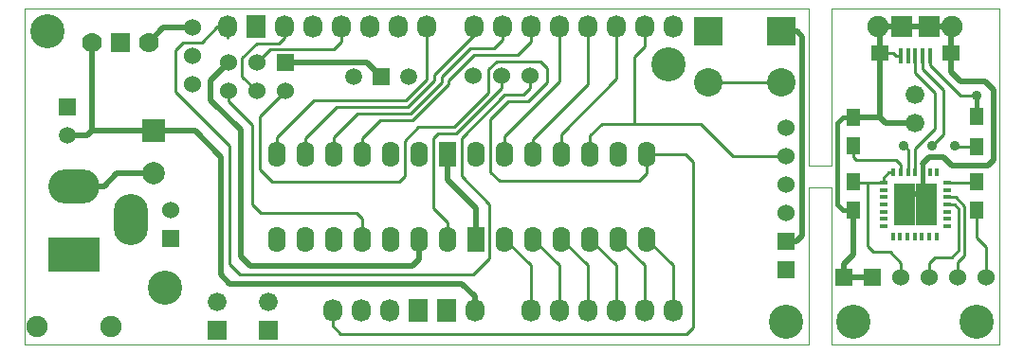
<source format=gtl>
G04 #@! TF.FileFunction,Copper,L1,Top,Signal*
%FSLAX46Y46*%
G04 Gerber Fmt 4.6, Leading zero omitted, Abs format (unit mm)*
G04 Created by KiCad (PCBNEW (2014-11-14 BZR 5284)-product) date Mon Dec  1 16:34:15 2014*
%MOMM*%
G01*
G04 APERTURE LIST*
%ADD10C,0.100000*%
%ADD11C,1.778000*%
%ADD12R,1.778000X1.778000*%
%ADD13R,2.540000X2.540000*%
%ADD14C,2.540000*%
%ADD15C,3.048000*%
%ADD16R,4.572000X3.048000*%
%ADD17O,4.572000X3.048000*%
%ADD18O,3.048000X4.572000*%
%ADD19C,1.524000*%
%ADD20R,1.524000X1.524000*%
%ADD21O,1.727200X2.032000*%
%ADD22R,1.727200X2.032000*%
%ADD23C,1.676400*%
%ADD24R,1.676400X1.676400*%
%ADD25O,1.574800X2.286000*%
%ADD26R,1.574800X2.286000*%
%ADD27C,1.905000*%
%ADD28C,1.501140*%
%ADD29R,1.501140X1.501140*%
%ADD30C,1.998980*%
%ADD31R,1.998980X1.998980*%
%ADD32R,1.250000X1.500000*%
%ADD33R,0.406400X1.371600*%
%ADD34R,1.600200X1.422400*%
%ADD35R,1.905000X1.905000*%
%ADD36R,1.300000X1.500000*%
%ADD37R,0.350520X0.800100*%
%ADD38R,0.800100X0.350520*%
%ADD39R,1.899920X1.899920*%
%ADD40C,0.900000*%
%ADD41C,0.500000*%
%ADD42C,0.400000*%
%ADD43C,0.250000*%
G04 APERTURE END LIST*
D10*
X102000000Y-46000000D02*
X102000000Y-60000000D01*
X100000000Y-46000000D02*
X102000000Y-46000000D01*
X100000000Y-60000000D02*
X100000000Y-46000000D01*
X102000000Y-44000000D02*
X102000000Y-30000000D01*
X100000000Y-44000000D02*
X102000000Y-44000000D01*
X100000000Y-30000000D02*
X100000000Y-44000000D01*
X117000000Y-60000000D02*
X102000000Y-60000000D01*
X117000000Y-30000000D02*
X117000000Y-60000000D01*
X102000000Y-30000000D02*
X117000000Y-30000000D01*
X30000000Y-60000000D02*
X30000000Y-30000000D01*
X100000000Y-60000000D02*
X30000000Y-60000000D01*
X30000000Y-30000000D02*
X100000000Y-30000000D01*
D11*
X35960000Y-33000000D03*
D12*
X38500000Y-33000000D03*
D11*
X41040000Y-33000000D03*
D13*
X97550000Y-32050000D03*
D14*
X91050000Y-36550000D03*
X97550000Y-36550000D03*
D13*
X91050000Y-32050000D03*
D15*
X98000000Y-58000000D03*
X42500000Y-55000000D03*
D16*
X34400000Y-52000000D03*
D17*
X34400000Y-45904000D03*
D18*
X39480000Y-48825000D03*
D19*
X48160000Y-37370000D03*
X48160000Y-34830000D03*
X50700000Y-37370000D03*
X50700000Y-34830000D03*
X53240000Y-37370000D03*
D20*
X53240000Y-34830000D03*
D21*
X65890000Y-31600000D03*
X63350000Y-31600000D03*
X60810000Y-31600000D03*
X58270000Y-31600000D03*
X55730000Y-31600000D03*
X53190000Y-31600000D03*
D22*
X50650000Y-31600000D03*
D21*
X48110000Y-31600000D03*
X87890000Y-31600000D03*
X85350000Y-31600000D03*
X82810000Y-31600000D03*
X80270000Y-31600000D03*
X77730000Y-31600000D03*
X75190000Y-31600000D03*
X72650000Y-31600000D03*
X70110000Y-31600000D03*
X75150000Y-57000000D03*
X77690000Y-57000000D03*
X80230000Y-57000000D03*
X82770000Y-57000000D03*
X85310000Y-57000000D03*
X87850000Y-57000000D03*
X57450000Y-57000000D03*
X59990000Y-57000000D03*
X62530000Y-57000000D03*
D22*
X65070000Y-57000000D03*
X67610000Y-57000000D03*
D21*
X70150000Y-57000000D03*
D19*
X45000000Y-31710000D03*
X45000000Y-34250000D03*
X45000000Y-36790000D03*
D23*
X51700000Y-56230000D03*
D24*
X51700000Y-58770000D03*
D23*
X47200000Y-56230000D03*
D24*
X47200000Y-58770000D03*
D25*
X82970000Y-42990000D03*
X80430000Y-42990000D03*
X77890000Y-42990000D03*
X75350000Y-42990000D03*
X72810000Y-42990000D03*
X70270000Y-42990000D03*
D26*
X67730000Y-42990000D03*
D25*
X65190000Y-42990000D03*
X62650000Y-42990000D03*
X60110000Y-42990000D03*
X57570000Y-42990000D03*
X55030000Y-42990000D03*
X52490000Y-42990000D03*
X85510000Y-42990000D03*
X52490000Y-50610000D03*
X55030000Y-50610000D03*
X57570000Y-50610000D03*
X60110000Y-50610000D03*
X62650000Y-50610000D03*
X65190000Y-50610000D03*
X67730000Y-50610000D03*
D26*
X70270000Y-50610000D03*
D25*
X72810000Y-50610000D03*
X75350000Y-50610000D03*
X77890000Y-50610000D03*
X80430000Y-50610000D03*
X82970000Y-50610000D03*
X85510000Y-50610000D03*
D20*
X98000000Y-53350000D03*
X98000000Y-50810000D03*
D19*
X98000000Y-48270000D03*
X98000000Y-45730000D03*
X98000000Y-43190000D03*
X98000000Y-40650000D03*
D27*
X37702000Y-58467000D03*
X31098000Y-58467000D03*
D28*
X64240940Y-36100000D03*
X59359060Y-36100000D03*
D29*
X61800000Y-36100000D03*
D30*
X41500000Y-44750000D03*
D31*
X41500000Y-40940000D03*
D15*
X32000000Y-32000000D03*
X87500000Y-35000000D03*
D19*
X70060000Y-36000000D03*
X72600000Y-36000000D03*
X75140000Y-36000000D03*
D29*
X33800000Y-38760000D03*
D28*
X33800000Y-41300000D03*
D32*
X104000000Y-45500000D03*
X104000000Y-48000000D03*
X104000000Y-42250000D03*
X104000000Y-39750000D03*
X115000000Y-45500000D03*
X115000000Y-48000000D03*
D23*
X109500000Y-37730000D03*
X109500000Y-40270000D03*
D20*
X103150000Y-54000000D03*
X105690000Y-54000000D03*
D19*
X108230000Y-54000000D03*
X110770000Y-54000000D03*
X113310000Y-54000000D03*
X115850000Y-54000000D03*
D33*
X109500000Y-34250000D03*
X108849760Y-34250000D03*
X108199520Y-34250000D03*
X110150240Y-34250000D03*
X110800480Y-34250000D03*
D34*
X112675000Y-33996000D03*
X106325000Y-33996000D03*
D35*
X110706500Y-31583000D03*
X108293500Y-31583000D03*
D27*
X112802000Y-31583000D03*
X106198000Y-31583000D03*
D36*
X115000000Y-39650000D03*
X115000000Y-42350000D03*
D37*
X110800480Y-44650120D03*
X110150240Y-44650120D03*
X109500000Y-44650120D03*
X108849760Y-44650120D03*
D38*
X106647580Y-45549280D03*
X106647580Y-46199520D03*
X106647580Y-46849760D03*
X106647580Y-47500000D03*
X106647580Y-48150240D03*
X106647580Y-48800480D03*
X106647580Y-49450720D03*
D37*
X111450720Y-44650120D03*
D39*
X108550040Y-46550040D03*
X110449960Y-46550040D03*
X110449960Y-48449960D03*
X108550040Y-48449960D03*
D37*
X107498480Y-50352420D03*
X108148720Y-50352420D03*
X108798960Y-50352420D03*
X109500000Y-50352420D03*
X110099440Y-50352420D03*
X110749680Y-50352420D03*
X111399920Y-50352420D03*
D38*
X112349880Y-49450720D03*
X112349880Y-48800480D03*
X112349880Y-48150240D03*
X112349880Y-47500000D03*
X112349880Y-46849760D03*
X112349880Y-46199520D03*
X112349880Y-45549280D03*
D37*
X108199520Y-44650120D03*
X107549280Y-44650120D03*
D15*
X115000000Y-58000000D03*
X104000000Y-58000000D03*
D20*
X43000000Y-50520000D03*
D19*
X43000000Y-47980000D03*
D40*
X115000000Y-37750000D03*
X113000000Y-42250000D03*
X111000000Y-42250000D03*
X108500000Y-42250000D03*
D41*
X49250000Y-40850000D02*
X46600000Y-38200000D01*
X46600000Y-38200000D02*
X46600000Y-36390000D01*
X46600000Y-36390000D02*
X48160000Y-34830000D01*
X65190000Y-50610000D02*
X65190000Y-52410000D01*
X49250000Y-52150000D02*
X49250000Y-40850000D01*
X50100000Y-53000000D02*
X49250000Y-52150000D01*
X64600000Y-53000000D02*
X50100000Y-53000000D01*
X65190000Y-52410000D02*
X64600000Y-53000000D01*
D42*
X104000000Y-39750000D02*
X103000000Y-39750000D01*
X103000000Y-48000000D02*
X104000000Y-48000000D01*
X102500000Y-47500000D02*
X103000000Y-48000000D01*
X102500000Y-40250000D02*
X102500000Y-47500000D01*
X103000000Y-39750000D02*
X102500000Y-40250000D01*
D41*
X104000000Y-39750000D02*
X106325000Y-39750000D01*
D43*
X108199520Y-34250000D02*
X107750000Y-34250000D01*
X107496000Y-33996000D02*
X106325000Y-33996000D01*
X107750000Y-34250000D02*
X107496000Y-33996000D01*
D41*
X109500000Y-40270000D02*
X106845000Y-40270000D01*
X106845000Y-40270000D02*
X106325000Y-39750000D01*
X61800000Y-36100000D02*
X60530000Y-34830000D01*
X60530000Y-34830000D02*
X53240000Y-34830000D01*
X70270000Y-47870000D02*
X70270000Y-50610000D01*
X67730000Y-45330000D02*
X70270000Y-47870000D01*
X67730000Y-42990000D02*
X67730000Y-45330000D01*
X98950000Y-32050000D02*
X99400000Y-32500000D01*
X99400000Y-32500000D02*
X99400000Y-50300000D01*
X99400000Y-50300000D02*
X98890000Y-50810000D01*
X98890000Y-50810000D02*
X98000000Y-50810000D01*
X97550000Y-32050000D02*
X98950000Y-32050000D01*
X112675000Y-31710000D02*
X112802000Y-31583000D01*
X112675000Y-33996000D02*
X112675000Y-31710000D01*
X110706500Y-31583000D02*
X112802000Y-31583000D01*
X110706500Y-31583000D02*
X108293500Y-31583000D01*
X108293500Y-31583000D02*
X106198000Y-31583000D01*
X106325000Y-31710000D02*
X106198000Y-31583000D01*
X106325000Y-33996000D02*
X106325000Y-31710000D01*
X106325000Y-33996000D02*
X106325000Y-39750000D01*
X108550040Y-48449960D02*
X108550040Y-46550040D01*
X108550040Y-46550040D02*
X110449960Y-46550040D01*
X110449960Y-46550040D02*
X110449960Y-48449960D01*
D42*
X110150240Y-46250320D02*
X110449960Y-46550040D01*
X110150240Y-44650120D02*
X110150240Y-46250320D01*
D41*
X103150000Y-54000000D02*
X105690000Y-54000000D01*
X104000000Y-52000000D02*
X103150000Y-52850000D01*
X103150000Y-52850000D02*
X103150000Y-54000000D01*
X104000000Y-48000000D02*
X104000000Y-52000000D01*
X116500000Y-43500000D02*
X116500000Y-37250000D01*
D42*
X110150240Y-44650120D02*
X110150240Y-43849760D01*
D41*
X112750000Y-44000000D02*
X115750000Y-44000000D01*
X112000000Y-43250000D02*
X112750000Y-44000000D01*
X110750000Y-43250000D02*
X112000000Y-43250000D01*
X110150240Y-43849760D02*
X110750000Y-43250000D01*
X116000000Y-44000000D02*
X116500000Y-43500000D01*
X115750000Y-44000000D02*
X116000000Y-44000000D01*
X112675000Y-35675000D02*
X113500000Y-36500000D01*
X113500000Y-36500000D02*
X115750000Y-36500000D01*
X115750000Y-36500000D02*
X116500000Y-37250000D01*
X112675000Y-33996000D02*
X112675000Y-35675000D01*
X48300000Y-54600000D02*
X69000000Y-54600000D01*
X48300000Y-54600000D02*
X47500000Y-53800000D01*
X47500000Y-53800000D02*
X47500000Y-43250000D01*
X47500000Y-43250000D02*
X45190000Y-40940000D01*
X41500000Y-40940000D02*
X45190000Y-40940000D01*
X70150000Y-55750000D02*
X70150000Y-57000000D01*
X69000000Y-54600000D02*
X70150000Y-55750000D01*
X35960000Y-33000000D02*
X35960000Y-40940000D01*
X41500000Y-40940000D02*
X35960000Y-40940000D01*
X35600000Y-41300000D02*
X35960000Y-40940000D01*
X33800000Y-41300000D02*
X35600000Y-41300000D01*
D43*
X89100000Y-59100000D02*
X58200000Y-59100000D01*
X89700000Y-43700000D02*
X89700000Y-58500000D01*
X89100000Y-59100000D02*
X89700000Y-58500000D01*
X57450000Y-58350000D02*
X57450000Y-57000000D01*
X58200000Y-59100000D02*
X57450000Y-58350000D01*
X74950000Y-38300000D02*
X76625000Y-36625000D01*
X71356600Y-35443400D02*
X71356600Y-37543400D01*
X63400000Y-45500000D02*
X52100000Y-45500000D01*
X63900000Y-45000000D02*
X63400000Y-45500000D01*
X63900000Y-41800000D02*
X63900000Y-45000000D01*
X65100000Y-40600000D02*
X63900000Y-41800000D01*
X68300000Y-40600000D02*
X65100000Y-40600000D01*
X71356600Y-37543400D02*
X68300000Y-40600000D01*
X53240000Y-37370000D02*
X50950000Y-39660000D01*
X52100000Y-45500000D02*
X50950000Y-44350000D01*
X50950000Y-44350000D02*
X50950000Y-39660000D01*
X85510000Y-44690000D02*
X85510000Y-42990000D01*
X72100000Y-34700000D02*
X71356600Y-35443400D01*
X76000000Y-34700000D02*
X72100000Y-34700000D01*
X76625000Y-35325000D02*
X76000000Y-34700000D01*
X76625000Y-36625000D02*
X76625000Y-35325000D01*
X84800000Y-45400000D02*
X72350000Y-45400000D01*
X85510000Y-44690000D02*
X84800000Y-45400000D01*
X72350000Y-45400000D02*
X71550000Y-44600000D01*
X71550000Y-44600000D02*
X71550000Y-39900000D01*
X71550000Y-39900000D02*
X73150000Y-38300000D01*
X73150000Y-38300000D02*
X74950000Y-38300000D01*
X97550000Y-36550000D02*
X91050000Y-36550000D01*
X89700000Y-43700000D02*
X88990000Y-42990000D01*
X88990000Y-42990000D02*
X85510000Y-42990000D01*
D41*
X34400000Y-45904000D02*
X37067300Y-45904000D01*
X41500000Y-44750000D02*
X38221300Y-44750000D01*
X38221300Y-44750000D02*
X37067300Y-45904000D01*
X42330000Y-31710000D02*
X41040000Y-33000000D01*
X45000000Y-31710000D02*
X42330000Y-31710000D01*
D43*
X75150000Y-52950000D02*
X72810000Y-50610000D01*
X75150000Y-57000000D02*
X75150000Y-52950000D01*
X77690000Y-52950000D02*
X75350000Y-50610000D01*
X77690000Y-57000000D02*
X77690000Y-52950000D01*
X80230000Y-52950000D02*
X77890000Y-50610000D01*
X80230000Y-57000000D02*
X80230000Y-52950000D01*
X82770000Y-52950000D02*
X80430000Y-50610000D01*
X82770000Y-57000000D02*
X82770000Y-52950000D01*
X85310000Y-52950000D02*
X82970000Y-50610000D01*
X85310000Y-57000000D02*
X85310000Y-52950000D01*
X87850000Y-52950000D02*
X85510000Y-50610000D01*
X87850000Y-57000000D02*
X87850000Y-52950000D01*
X67730000Y-50610000D02*
X67730000Y-49085700D01*
X67730000Y-49085700D02*
X66500000Y-47855700D01*
X66500000Y-47855700D02*
X66500000Y-41600000D01*
X66500000Y-41600000D02*
X66900000Y-41200000D01*
X72600000Y-37100000D02*
X68500000Y-41200000D01*
X68500000Y-41200000D02*
X66900000Y-41200000D01*
X72600000Y-36000000D02*
X72600000Y-37100000D01*
X80430000Y-41370000D02*
X81500000Y-40300000D01*
X84400000Y-40300000D02*
X90300000Y-40300000D01*
X81500000Y-40300000D02*
X84400000Y-40300000D01*
X90300000Y-40300000D02*
X93190000Y-43190000D01*
X93190000Y-43190000D02*
X98000000Y-43190000D01*
X80430000Y-42990000D02*
X80430000Y-41370000D01*
X85350000Y-33350000D02*
X84400000Y-34300000D01*
X84400000Y-34300000D02*
X84400000Y-40300000D01*
X85350000Y-31600000D02*
X85350000Y-33350000D01*
X82810000Y-36290000D02*
X77890000Y-41210000D01*
X77890000Y-41210000D02*
X77890000Y-42990000D01*
X82810000Y-31600000D02*
X82810000Y-36290000D01*
X75350000Y-42990000D02*
X75350000Y-41650000D01*
X80270000Y-36730000D02*
X80270000Y-31600000D01*
X75350000Y-41650000D02*
X80270000Y-36730000D01*
X72810000Y-42990000D02*
X72810000Y-41415000D01*
X77730000Y-36495000D02*
X77730000Y-31600000D01*
X72810000Y-41415000D02*
X77730000Y-36495000D01*
X75190000Y-32910000D02*
X74000000Y-34100000D01*
X75190000Y-31600000D02*
X75190000Y-32910000D01*
X60110000Y-42990000D02*
X60110000Y-41990000D01*
X70100000Y-34100000D02*
X67800000Y-36400000D01*
X74000000Y-34100000D02*
X70100000Y-34100000D01*
X61710000Y-40000000D02*
X60110000Y-41600000D01*
X60110000Y-41600000D02*
X60110000Y-42990000D01*
X64600000Y-40000000D02*
X61710000Y-40000000D01*
X67800000Y-36800000D02*
X64600000Y-40000000D01*
X67800000Y-36400000D02*
X67800000Y-36800000D01*
X67200000Y-36100000D02*
X69800000Y-33500000D01*
X72650000Y-32750000D02*
X71900000Y-33500000D01*
X71900000Y-33500000D02*
X69800000Y-33500000D01*
X72650000Y-31600000D02*
X72650000Y-32750000D01*
X59700000Y-39400000D02*
X57570000Y-41530000D01*
X57570000Y-41530000D02*
X57570000Y-42990000D01*
X64400000Y-39400000D02*
X59700000Y-39400000D01*
X67200000Y-36600000D02*
X64400000Y-39400000D01*
X67200000Y-36100000D02*
X67200000Y-36600000D01*
X70110000Y-31600000D02*
X70110000Y-31831800D01*
X55030000Y-42270000D02*
X55030000Y-42990000D01*
X70110000Y-32390000D02*
X66550000Y-35950000D01*
X70110000Y-31600000D02*
X70110000Y-32390000D01*
X66550000Y-36450000D02*
X64200000Y-38800000D01*
X66550000Y-35950000D02*
X66550000Y-36450000D01*
X57800000Y-38800000D02*
X55030000Y-41570000D01*
X55030000Y-41570000D02*
X55030000Y-42990000D01*
X64200000Y-38800000D02*
X57800000Y-38800000D01*
X65890000Y-36310000D02*
X64000000Y-38200000D01*
X64000000Y-38200000D02*
X55800000Y-38200000D01*
X55800000Y-38200000D02*
X52490000Y-41510000D01*
X52490000Y-41510000D02*
X52490000Y-42990000D01*
X65890000Y-31600000D02*
X65890000Y-36310000D01*
X50700000Y-34830000D02*
X51870400Y-33659600D01*
X58270000Y-32930000D02*
X57540400Y-33659600D01*
X57540400Y-33659600D02*
X51870400Y-33659600D01*
X58270000Y-31600000D02*
X58270000Y-32930000D01*
X60110000Y-48810000D02*
X59600000Y-48300000D01*
X59600000Y-48300000D02*
X51050000Y-48300000D01*
X60110000Y-50610000D02*
X60110000Y-48810000D01*
X50300000Y-40400000D02*
X50300000Y-47550000D01*
X48160000Y-38260000D02*
X50300000Y-40400000D01*
X48160000Y-37370000D02*
X48160000Y-38260000D01*
X51050000Y-48300000D02*
X50300000Y-47550000D01*
X52700000Y-33100000D02*
X50700000Y-33100000D01*
X50700000Y-33100000D02*
X49400000Y-34400000D01*
X49400000Y-34400000D02*
X49400000Y-36070000D01*
X49400000Y-36070000D02*
X50700000Y-37370000D01*
X53190000Y-32610000D02*
X52700000Y-33100000D01*
X53190000Y-31600000D02*
X53190000Y-32610000D01*
X74500000Y-37700000D02*
X75140000Y-37060000D01*
X72850000Y-37700000D02*
X74500000Y-37700000D01*
X69000000Y-41550000D02*
X72850000Y-37700000D01*
X69000000Y-45000000D02*
X69000000Y-41550000D01*
X71500000Y-47500000D02*
X69000000Y-45000000D01*
X75140000Y-37060000D02*
X75140000Y-36000000D01*
X48250000Y-52850000D02*
X49200000Y-53800000D01*
X48250000Y-42250000D02*
X48250000Y-52850000D01*
X49200000Y-53800000D02*
X70000000Y-53800000D01*
X71500000Y-52300000D02*
X71500000Y-47500000D01*
X70000000Y-53800000D02*
X71500000Y-52300000D01*
X48110000Y-31600000D02*
X48110000Y-32590000D01*
X47200000Y-31600000D02*
X45800000Y-33000000D01*
X45800000Y-33000000D02*
X44100000Y-33000000D01*
X44100000Y-33000000D02*
X43400000Y-33700000D01*
X43400000Y-33700000D02*
X43400000Y-37400000D01*
X43400000Y-37400000D02*
X48250000Y-42250000D01*
X48110000Y-31600000D02*
X47200000Y-31600000D01*
D42*
X115000000Y-37750000D02*
X115000000Y-39650000D01*
D43*
X110800480Y-34250000D02*
X110800480Y-35050480D01*
X104049280Y-45549280D02*
X104000000Y-45500000D01*
X105250000Y-45549280D02*
X104049280Y-45549280D01*
X106647580Y-45549280D02*
X105250000Y-45549280D01*
X107099880Y-44650120D02*
X106647580Y-45102420D01*
X106647580Y-45102420D02*
X106647580Y-45549280D01*
X107549280Y-44650120D02*
X107099880Y-44650120D01*
X105250000Y-51250000D02*
X105250000Y-45549280D01*
X105750000Y-51750000D02*
X105250000Y-51250000D01*
X107250000Y-51750000D02*
X105750000Y-51750000D01*
X108230000Y-52730000D02*
X107250000Y-51750000D01*
X108230000Y-54000000D02*
X108230000Y-52730000D01*
X110800480Y-35050480D02*
X110800480Y-34250000D01*
X112250000Y-36500000D02*
X110800480Y-35050480D01*
X113500000Y-37750000D02*
X112250000Y-36500000D01*
X115000000Y-37750000D02*
X113500000Y-37750000D01*
X108199520Y-43949520D02*
X107750000Y-43500000D01*
X107750000Y-43500000D02*
X104250000Y-43500000D01*
X108199520Y-44650120D02*
X108199520Y-43949520D01*
X104000000Y-43250000D02*
X104250000Y-43500000D01*
X104000000Y-42250000D02*
X104000000Y-43250000D01*
X114950720Y-45549280D02*
X115000000Y-45500000D01*
X112349880Y-45549280D02*
X114950720Y-45549280D01*
X115000000Y-50500000D02*
X115850000Y-51350000D01*
X115850000Y-51350000D02*
X115850000Y-54000000D01*
X115000000Y-48000000D02*
X115000000Y-50500000D01*
X113100000Y-42350000D02*
X115000000Y-42350000D01*
X113000000Y-42250000D02*
X113100000Y-42350000D01*
X110770000Y-52730000D02*
X111250000Y-52250000D01*
X111250000Y-52250000D02*
X112750000Y-52250000D01*
X112750000Y-52250000D02*
X113399998Y-51600002D01*
X113399998Y-51600002D02*
X113399998Y-47899998D01*
X113399998Y-47899998D02*
X113000000Y-47500000D01*
X113000000Y-47500000D02*
X112349880Y-47500000D01*
X110770000Y-54000000D02*
X110770000Y-52730000D01*
X113099760Y-46849760D02*
X113900000Y-47650000D01*
X113900000Y-47650000D02*
X113900000Y-52100000D01*
X113900000Y-52100000D02*
X113310000Y-52690000D01*
X113310000Y-52690000D02*
X113310000Y-54000000D01*
X112349880Y-46849760D02*
X113099760Y-46849760D01*
X109500000Y-44650120D02*
X109500000Y-42500000D01*
X109500000Y-35750000D02*
X109500000Y-34250000D01*
X111250000Y-37500000D02*
X109500000Y-35750000D01*
X111250000Y-40750000D02*
X111250000Y-37500000D01*
X109500000Y-42500000D02*
X111250000Y-40750000D01*
X112000000Y-37250000D02*
X112000000Y-41250000D01*
X112000000Y-41250000D02*
X111000000Y-42250000D01*
X108849760Y-44650120D02*
X108849760Y-42599760D01*
X108849760Y-42599760D02*
X108500000Y-42250000D01*
X110150240Y-34250000D02*
X110150240Y-35400240D01*
X110150240Y-35400240D02*
X112000000Y-37250000D01*
M02*

</source>
